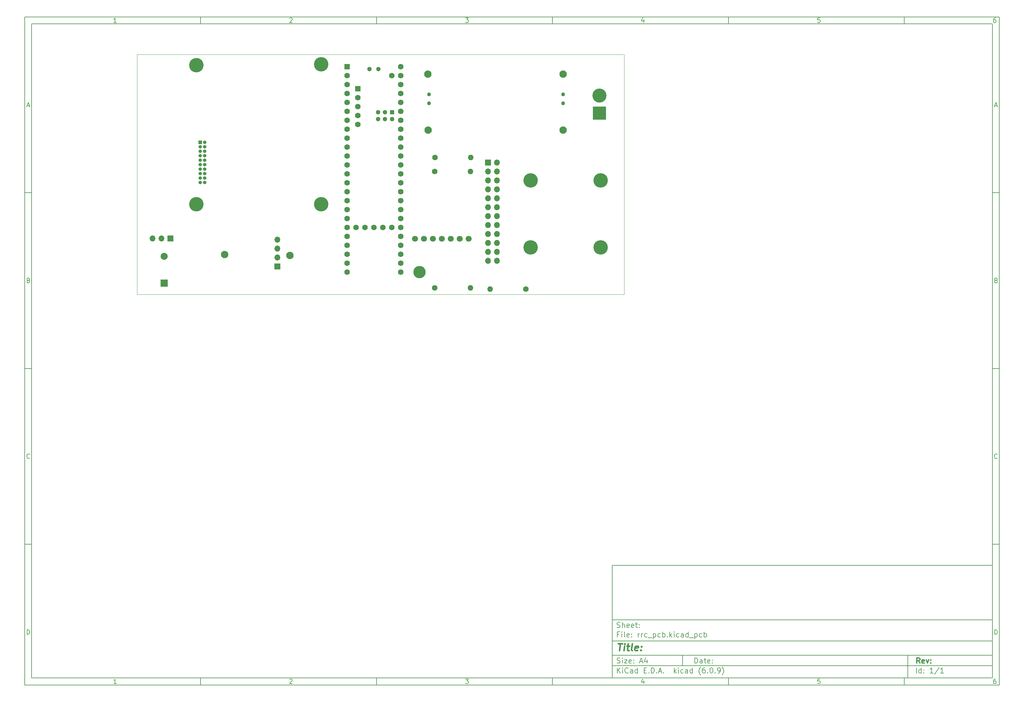
<source format=gbr>
%TF.GenerationSoftware,KiCad,Pcbnew,(6.0.9)*%
%TF.CreationDate,2023-02-07T01:37:56-05:00*%
%TF.ProjectId,rrc_pcb,7272635f-7063-4622-9e6b-696361645f70,rev?*%
%TF.SameCoordinates,Original*%
%TF.FileFunction,Soldermask,Top*%
%TF.FilePolarity,Negative*%
%FSLAX46Y46*%
G04 Gerber Fmt 4.6, Leading zero omitted, Abs format (unit mm)*
G04 Created by KiCad (PCBNEW (6.0.9)) date 2023-02-07 01:37:56*
%MOMM*%
%LPD*%
G01*
G04 APERTURE LIST*
%ADD10C,0.100000*%
%ADD11C,0.150000*%
%ADD12C,0.300000*%
%ADD13C,0.400000*%
%TA.AperFunction,Profile*%
%ADD14C,0.050000*%
%TD*%
%ADD15C,1.600000*%
%ADD16O,1.600000X1.600000*%
%ADD17C,4.100000*%
%ADD18R,1.000000X1.000000*%
%ADD19O,1.000000X1.000000*%
%ADD20R,3.800000X3.800000*%
%ADD21C,4.000000*%
%ADD22R,1.700000X1.700000*%
%ADD23O,1.700000X1.700000*%
%ADD24R,1.600000X1.600000*%
%ADD25R,1.300000X1.300000*%
%ADD26C,1.300000*%
%ADD27C,3.500000*%
%ADD28C,1.700000*%
%ADD29R,2.000000X2.000000*%
%ADD30C,2.000000*%
%ADD31C,2.100000*%
%ADD32C,1.100000*%
G04 APERTURE END LIST*
D10*
D11*
X177002200Y-166007200D02*
X177002200Y-198007200D01*
X285002200Y-198007200D01*
X285002200Y-166007200D01*
X177002200Y-166007200D01*
D10*
D11*
X10000000Y-10000000D02*
X10000000Y-200007200D01*
X287002200Y-200007200D01*
X287002200Y-10000000D01*
X10000000Y-10000000D01*
D10*
D11*
X12000000Y-12000000D02*
X12000000Y-198007200D01*
X285002200Y-198007200D01*
X285002200Y-12000000D01*
X12000000Y-12000000D01*
D10*
D11*
X60000000Y-12000000D02*
X60000000Y-10000000D01*
D10*
D11*
X110000000Y-12000000D02*
X110000000Y-10000000D01*
D10*
D11*
X160000000Y-12000000D02*
X160000000Y-10000000D01*
D10*
D11*
X210000000Y-12000000D02*
X210000000Y-10000000D01*
D10*
D11*
X260000000Y-12000000D02*
X260000000Y-10000000D01*
D10*
D11*
X36065476Y-11588095D02*
X35322619Y-11588095D01*
X35694047Y-11588095D02*
X35694047Y-10288095D01*
X35570238Y-10473809D01*
X35446428Y-10597619D01*
X35322619Y-10659523D01*
D10*
D11*
X85322619Y-10411904D02*
X85384523Y-10350000D01*
X85508333Y-10288095D01*
X85817857Y-10288095D01*
X85941666Y-10350000D01*
X86003571Y-10411904D01*
X86065476Y-10535714D01*
X86065476Y-10659523D01*
X86003571Y-10845238D01*
X85260714Y-11588095D01*
X86065476Y-11588095D01*
D10*
D11*
X135260714Y-10288095D02*
X136065476Y-10288095D01*
X135632142Y-10783333D01*
X135817857Y-10783333D01*
X135941666Y-10845238D01*
X136003571Y-10907142D01*
X136065476Y-11030952D01*
X136065476Y-11340476D01*
X136003571Y-11464285D01*
X135941666Y-11526190D01*
X135817857Y-11588095D01*
X135446428Y-11588095D01*
X135322619Y-11526190D01*
X135260714Y-11464285D01*
D10*
D11*
X185941666Y-10721428D02*
X185941666Y-11588095D01*
X185632142Y-10226190D02*
X185322619Y-11154761D01*
X186127380Y-11154761D01*
D10*
D11*
X236003571Y-10288095D02*
X235384523Y-10288095D01*
X235322619Y-10907142D01*
X235384523Y-10845238D01*
X235508333Y-10783333D01*
X235817857Y-10783333D01*
X235941666Y-10845238D01*
X236003571Y-10907142D01*
X236065476Y-11030952D01*
X236065476Y-11340476D01*
X236003571Y-11464285D01*
X235941666Y-11526190D01*
X235817857Y-11588095D01*
X235508333Y-11588095D01*
X235384523Y-11526190D01*
X235322619Y-11464285D01*
D10*
D11*
X285941666Y-10288095D02*
X285694047Y-10288095D01*
X285570238Y-10350000D01*
X285508333Y-10411904D01*
X285384523Y-10597619D01*
X285322619Y-10845238D01*
X285322619Y-11340476D01*
X285384523Y-11464285D01*
X285446428Y-11526190D01*
X285570238Y-11588095D01*
X285817857Y-11588095D01*
X285941666Y-11526190D01*
X286003571Y-11464285D01*
X286065476Y-11340476D01*
X286065476Y-11030952D01*
X286003571Y-10907142D01*
X285941666Y-10845238D01*
X285817857Y-10783333D01*
X285570238Y-10783333D01*
X285446428Y-10845238D01*
X285384523Y-10907142D01*
X285322619Y-11030952D01*
D10*
D11*
X60000000Y-198007200D02*
X60000000Y-200007200D01*
D10*
D11*
X110000000Y-198007200D02*
X110000000Y-200007200D01*
D10*
D11*
X160000000Y-198007200D02*
X160000000Y-200007200D01*
D10*
D11*
X210000000Y-198007200D02*
X210000000Y-200007200D01*
D10*
D11*
X260000000Y-198007200D02*
X260000000Y-200007200D01*
D10*
D11*
X36065476Y-199595295D02*
X35322619Y-199595295D01*
X35694047Y-199595295D02*
X35694047Y-198295295D01*
X35570238Y-198481009D01*
X35446428Y-198604819D01*
X35322619Y-198666723D01*
D10*
D11*
X85322619Y-198419104D02*
X85384523Y-198357200D01*
X85508333Y-198295295D01*
X85817857Y-198295295D01*
X85941666Y-198357200D01*
X86003571Y-198419104D01*
X86065476Y-198542914D01*
X86065476Y-198666723D01*
X86003571Y-198852438D01*
X85260714Y-199595295D01*
X86065476Y-199595295D01*
D10*
D11*
X135260714Y-198295295D02*
X136065476Y-198295295D01*
X135632142Y-198790533D01*
X135817857Y-198790533D01*
X135941666Y-198852438D01*
X136003571Y-198914342D01*
X136065476Y-199038152D01*
X136065476Y-199347676D01*
X136003571Y-199471485D01*
X135941666Y-199533390D01*
X135817857Y-199595295D01*
X135446428Y-199595295D01*
X135322619Y-199533390D01*
X135260714Y-199471485D01*
D10*
D11*
X185941666Y-198728628D02*
X185941666Y-199595295D01*
X185632142Y-198233390D02*
X185322619Y-199161961D01*
X186127380Y-199161961D01*
D10*
D11*
X236003571Y-198295295D02*
X235384523Y-198295295D01*
X235322619Y-198914342D01*
X235384523Y-198852438D01*
X235508333Y-198790533D01*
X235817857Y-198790533D01*
X235941666Y-198852438D01*
X236003571Y-198914342D01*
X236065476Y-199038152D01*
X236065476Y-199347676D01*
X236003571Y-199471485D01*
X235941666Y-199533390D01*
X235817857Y-199595295D01*
X235508333Y-199595295D01*
X235384523Y-199533390D01*
X235322619Y-199471485D01*
D10*
D11*
X285941666Y-198295295D02*
X285694047Y-198295295D01*
X285570238Y-198357200D01*
X285508333Y-198419104D01*
X285384523Y-198604819D01*
X285322619Y-198852438D01*
X285322619Y-199347676D01*
X285384523Y-199471485D01*
X285446428Y-199533390D01*
X285570238Y-199595295D01*
X285817857Y-199595295D01*
X285941666Y-199533390D01*
X286003571Y-199471485D01*
X286065476Y-199347676D01*
X286065476Y-199038152D01*
X286003571Y-198914342D01*
X285941666Y-198852438D01*
X285817857Y-198790533D01*
X285570238Y-198790533D01*
X285446428Y-198852438D01*
X285384523Y-198914342D01*
X285322619Y-199038152D01*
D10*
D11*
X10000000Y-60000000D02*
X12000000Y-60000000D01*
D10*
D11*
X10000000Y-110000000D02*
X12000000Y-110000000D01*
D10*
D11*
X10000000Y-160000000D02*
X12000000Y-160000000D01*
D10*
D11*
X10690476Y-35216666D02*
X11309523Y-35216666D01*
X10566666Y-35588095D02*
X11000000Y-34288095D01*
X11433333Y-35588095D01*
D10*
D11*
X11092857Y-84907142D02*
X11278571Y-84969047D01*
X11340476Y-85030952D01*
X11402380Y-85154761D01*
X11402380Y-85340476D01*
X11340476Y-85464285D01*
X11278571Y-85526190D01*
X11154761Y-85588095D01*
X10659523Y-85588095D01*
X10659523Y-84288095D01*
X11092857Y-84288095D01*
X11216666Y-84350000D01*
X11278571Y-84411904D01*
X11340476Y-84535714D01*
X11340476Y-84659523D01*
X11278571Y-84783333D01*
X11216666Y-84845238D01*
X11092857Y-84907142D01*
X10659523Y-84907142D01*
D10*
D11*
X11402380Y-135464285D02*
X11340476Y-135526190D01*
X11154761Y-135588095D01*
X11030952Y-135588095D01*
X10845238Y-135526190D01*
X10721428Y-135402380D01*
X10659523Y-135278571D01*
X10597619Y-135030952D01*
X10597619Y-134845238D01*
X10659523Y-134597619D01*
X10721428Y-134473809D01*
X10845238Y-134350000D01*
X11030952Y-134288095D01*
X11154761Y-134288095D01*
X11340476Y-134350000D01*
X11402380Y-134411904D01*
D10*
D11*
X10659523Y-185588095D02*
X10659523Y-184288095D01*
X10969047Y-184288095D01*
X11154761Y-184350000D01*
X11278571Y-184473809D01*
X11340476Y-184597619D01*
X11402380Y-184845238D01*
X11402380Y-185030952D01*
X11340476Y-185278571D01*
X11278571Y-185402380D01*
X11154761Y-185526190D01*
X10969047Y-185588095D01*
X10659523Y-185588095D01*
D10*
D11*
X287002200Y-60000000D02*
X285002200Y-60000000D01*
D10*
D11*
X287002200Y-110000000D02*
X285002200Y-110000000D01*
D10*
D11*
X287002200Y-160000000D02*
X285002200Y-160000000D01*
D10*
D11*
X285692676Y-35216666D02*
X286311723Y-35216666D01*
X285568866Y-35588095D02*
X286002200Y-34288095D01*
X286435533Y-35588095D01*
D10*
D11*
X286095057Y-84907142D02*
X286280771Y-84969047D01*
X286342676Y-85030952D01*
X286404580Y-85154761D01*
X286404580Y-85340476D01*
X286342676Y-85464285D01*
X286280771Y-85526190D01*
X286156961Y-85588095D01*
X285661723Y-85588095D01*
X285661723Y-84288095D01*
X286095057Y-84288095D01*
X286218866Y-84350000D01*
X286280771Y-84411904D01*
X286342676Y-84535714D01*
X286342676Y-84659523D01*
X286280771Y-84783333D01*
X286218866Y-84845238D01*
X286095057Y-84907142D01*
X285661723Y-84907142D01*
D10*
D11*
X286404580Y-135464285D02*
X286342676Y-135526190D01*
X286156961Y-135588095D01*
X286033152Y-135588095D01*
X285847438Y-135526190D01*
X285723628Y-135402380D01*
X285661723Y-135278571D01*
X285599819Y-135030952D01*
X285599819Y-134845238D01*
X285661723Y-134597619D01*
X285723628Y-134473809D01*
X285847438Y-134350000D01*
X286033152Y-134288095D01*
X286156961Y-134288095D01*
X286342676Y-134350000D01*
X286404580Y-134411904D01*
D10*
D11*
X285661723Y-185588095D02*
X285661723Y-184288095D01*
X285971247Y-184288095D01*
X286156961Y-184350000D01*
X286280771Y-184473809D01*
X286342676Y-184597619D01*
X286404580Y-184845238D01*
X286404580Y-185030952D01*
X286342676Y-185278571D01*
X286280771Y-185402380D01*
X286156961Y-185526190D01*
X285971247Y-185588095D01*
X285661723Y-185588095D01*
D10*
D11*
X200434342Y-193785771D02*
X200434342Y-192285771D01*
X200791485Y-192285771D01*
X201005771Y-192357200D01*
X201148628Y-192500057D01*
X201220057Y-192642914D01*
X201291485Y-192928628D01*
X201291485Y-193142914D01*
X201220057Y-193428628D01*
X201148628Y-193571485D01*
X201005771Y-193714342D01*
X200791485Y-193785771D01*
X200434342Y-193785771D01*
X202577200Y-193785771D02*
X202577200Y-193000057D01*
X202505771Y-192857200D01*
X202362914Y-192785771D01*
X202077200Y-192785771D01*
X201934342Y-192857200D01*
X202577200Y-193714342D02*
X202434342Y-193785771D01*
X202077200Y-193785771D01*
X201934342Y-193714342D01*
X201862914Y-193571485D01*
X201862914Y-193428628D01*
X201934342Y-193285771D01*
X202077200Y-193214342D01*
X202434342Y-193214342D01*
X202577200Y-193142914D01*
X203077200Y-192785771D02*
X203648628Y-192785771D01*
X203291485Y-192285771D02*
X203291485Y-193571485D01*
X203362914Y-193714342D01*
X203505771Y-193785771D01*
X203648628Y-193785771D01*
X204720057Y-193714342D02*
X204577200Y-193785771D01*
X204291485Y-193785771D01*
X204148628Y-193714342D01*
X204077200Y-193571485D01*
X204077200Y-193000057D01*
X204148628Y-192857200D01*
X204291485Y-192785771D01*
X204577200Y-192785771D01*
X204720057Y-192857200D01*
X204791485Y-193000057D01*
X204791485Y-193142914D01*
X204077200Y-193285771D01*
X205434342Y-193642914D02*
X205505771Y-193714342D01*
X205434342Y-193785771D01*
X205362914Y-193714342D01*
X205434342Y-193642914D01*
X205434342Y-193785771D01*
X205434342Y-192857200D02*
X205505771Y-192928628D01*
X205434342Y-193000057D01*
X205362914Y-192928628D01*
X205434342Y-192857200D01*
X205434342Y-193000057D01*
D10*
D11*
X177002200Y-194507200D02*
X285002200Y-194507200D01*
D10*
D11*
X178434342Y-196585771D02*
X178434342Y-195085771D01*
X179291485Y-196585771D02*
X178648628Y-195728628D01*
X179291485Y-195085771D02*
X178434342Y-195942914D01*
X179934342Y-196585771D02*
X179934342Y-195585771D01*
X179934342Y-195085771D02*
X179862914Y-195157200D01*
X179934342Y-195228628D01*
X180005771Y-195157200D01*
X179934342Y-195085771D01*
X179934342Y-195228628D01*
X181505771Y-196442914D02*
X181434342Y-196514342D01*
X181220057Y-196585771D01*
X181077200Y-196585771D01*
X180862914Y-196514342D01*
X180720057Y-196371485D01*
X180648628Y-196228628D01*
X180577200Y-195942914D01*
X180577200Y-195728628D01*
X180648628Y-195442914D01*
X180720057Y-195300057D01*
X180862914Y-195157200D01*
X181077200Y-195085771D01*
X181220057Y-195085771D01*
X181434342Y-195157200D01*
X181505771Y-195228628D01*
X182791485Y-196585771D02*
X182791485Y-195800057D01*
X182720057Y-195657200D01*
X182577200Y-195585771D01*
X182291485Y-195585771D01*
X182148628Y-195657200D01*
X182791485Y-196514342D02*
X182648628Y-196585771D01*
X182291485Y-196585771D01*
X182148628Y-196514342D01*
X182077200Y-196371485D01*
X182077200Y-196228628D01*
X182148628Y-196085771D01*
X182291485Y-196014342D01*
X182648628Y-196014342D01*
X182791485Y-195942914D01*
X184148628Y-196585771D02*
X184148628Y-195085771D01*
X184148628Y-196514342D02*
X184005771Y-196585771D01*
X183720057Y-196585771D01*
X183577200Y-196514342D01*
X183505771Y-196442914D01*
X183434342Y-196300057D01*
X183434342Y-195871485D01*
X183505771Y-195728628D01*
X183577200Y-195657200D01*
X183720057Y-195585771D01*
X184005771Y-195585771D01*
X184148628Y-195657200D01*
X186005771Y-195800057D02*
X186505771Y-195800057D01*
X186720057Y-196585771D02*
X186005771Y-196585771D01*
X186005771Y-195085771D01*
X186720057Y-195085771D01*
X187362914Y-196442914D02*
X187434342Y-196514342D01*
X187362914Y-196585771D01*
X187291485Y-196514342D01*
X187362914Y-196442914D01*
X187362914Y-196585771D01*
X188077200Y-196585771D02*
X188077200Y-195085771D01*
X188434342Y-195085771D01*
X188648628Y-195157200D01*
X188791485Y-195300057D01*
X188862914Y-195442914D01*
X188934342Y-195728628D01*
X188934342Y-195942914D01*
X188862914Y-196228628D01*
X188791485Y-196371485D01*
X188648628Y-196514342D01*
X188434342Y-196585771D01*
X188077200Y-196585771D01*
X189577200Y-196442914D02*
X189648628Y-196514342D01*
X189577200Y-196585771D01*
X189505771Y-196514342D01*
X189577200Y-196442914D01*
X189577200Y-196585771D01*
X190220057Y-196157200D02*
X190934342Y-196157200D01*
X190077200Y-196585771D02*
X190577200Y-195085771D01*
X191077200Y-196585771D01*
X191577200Y-196442914D02*
X191648628Y-196514342D01*
X191577200Y-196585771D01*
X191505771Y-196514342D01*
X191577200Y-196442914D01*
X191577200Y-196585771D01*
X194577200Y-196585771D02*
X194577200Y-195085771D01*
X194720057Y-196014342D02*
X195148628Y-196585771D01*
X195148628Y-195585771D02*
X194577200Y-196157200D01*
X195791485Y-196585771D02*
X195791485Y-195585771D01*
X195791485Y-195085771D02*
X195720057Y-195157200D01*
X195791485Y-195228628D01*
X195862914Y-195157200D01*
X195791485Y-195085771D01*
X195791485Y-195228628D01*
X197148628Y-196514342D02*
X197005771Y-196585771D01*
X196720057Y-196585771D01*
X196577200Y-196514342D01*
X196505771Y-196442914D01*
X196434342Y-196300057D01*
X196434342Y-195871485D01*
X196505771Y-195728628D01*
X196577200Y-195657200D01*
X196720057Y-195585771D01*
X197005771Y-195585771D01*
X197148628Y-195657200D01*
X198434342Y-196585771D02*
X198434342Y-195800057D01*
X198362914Y-195657200D01*
X198220057Y-195585771D01*
X197934342Y-195585771D01*
X197791485Y-195657200D01*
X198434342Y-196514342D02*
X198291485Y-196585771D01*
X197934342Y-196585771D01*
X197791485Y-196514342D01*
X197720057Y-196371485D01*
X197720057Y-196228628D01*
X197791485Y-196085771D01*
X197934342Y-196014342D01*
X198291485Y-196014342D01*
X198434342Y-195942914D01*
X199791485Y-196585771D02*
X199791485Y-195085771D01*
X199791485Y-196514342D02*
X199648628Y-196585771D01*
X199362914Y-196585771D01*
X199220057Y-196514342D01*
X199148628Y-196442914D01*
X199077200Y-196300057D01*
X199077200Y-195871485D01*
X199148628Y-195728628D01*
X199220057Y-195657200D01*
X199362914Y-195585771D01*
X199648628Y-195585771D01*
X199791485Y-195657200D01*
X202077200Y-197157200D02*
X202005771Y-197085771D01*
X201862914Y-196871485D01*
X201791485Y-196728628D01*
X201720057Y-196514342D01*
X201648628Y-196157200D01*
X201648628Y-195871485D01*
X201720057Y-195514342D01*
X201791485Y-195300057D01*
X201862914Y-195157200D01*
X202005771Y-194942914D01*
X202077200Y-194871485D01*
X203291485Y-195085771D02*
X203005771Y-195085771D01*
X202862914Y-195157200D01*
X202791485Y-195228628D01*
X202648628Y-195442914D01*
X202577200Y-195728628D01*
X202577200Y-196300057D01*
X202648628Y-196442914D01*
X202720057Y-196514342D01*
X202862914Y-196585771D01*
X203148628Y-196585771D01*
X203291485Y-196514342D01*
X203362914Y-196442914D01*
X203434342Y-196300057D01*
X203434342Y-195942914D01*
X203362914Y-195800057D01*
X203291485Y-195728628D01*
X203148628Y-195657200D01*
X202862914Y-195657200D01*
X202720057Y-195728628D01*
X202648628Y-195800057D01*
X202577200Y-195942914D01*
X204077200Y-196442914D02*
X204148628Y-196514342D01*
X204077200Y-196585771D01*
X204005771Y-196514342D01*
X204077200Y-196442914D01*
X204077200Y-196585771D01*
X205077200Y-195085771D02*
X205220057Y-195085771D01*
X205362914Y-195157200D01*
X205434342Y-195228628D01*
X205505771Y-195371485D01*
X205577200Y-195657200D01*
X205577200Y-196014342D01*
X205505771Y-196300057D01*
X205434342Y-196442914D01*
X205362914Y-196514342D01*
X205220057Y-196585771D01*
X205077200Y-196585771D01*
X204934342Y-196514342D01*
X204862914Y-196442914D01*
X204791485Y-196300057D01*
X204720057Y-196014342D01*
X204720057Y-195657200D01*
X204791485Y-195371485D01*
X204862914Y-195228628D01*
X204934342Y-195157200D01*
X205077200Y-195085771D01*
X206220057Y-196442914D02*
X206291485Y-196514342D01*
X206220057Y-196585771D01*
X206148628Y-196514342D01*
X206220057Y-196442914D01*
X206220057Y-196585771D01*
X207005771Y-196585771D02*
X207291485Y-196585771D01*
X207434342Y-196514342D01*
X207505771Y-196442914D01*
X207648628Y-196228628D01*
X207720057Y-195942914D01*
X207720057Y-195371485D01*
X207648628Y-195228628D01*
X207577200Y-195157200D01*
X207434342Y-195085771D01*
X207148628Y-195085771D01*
X207005771Y-195157200D01*
X206934342Y-195228628D01*
X206862914Y-195371485D01*
X206862914Y-195728628D01*
X206934342Y-195871485D01*
X207005771Y-195942914D01*
X207148628Y-196014342D01*
X207434342Y-196014342D01*
X207577200Y-195942914D01*
X207648628Y-195871485D01*
X207720057Y-195728628D01*
X208220057Y-197157200D02*
X208291485Y-197085771D01*
X208434342Y-196871485D01*
X208505771Y-196728628D01*
X208577200Y-196514342D01*
X208648628Y-196157200D01*
X208648628Y-195871485D01*
X208577200Y-195514342D01*
X208505771Y-195300057D01*
X208434342Y-195157200D01*
X208291485Y-194942914D01*
X208220057Y-194871485D01*
D10*
D11*
X177002200Y-191507200D02*
X285002200Y-191507200D01*
D10*
D12*
X264411485Y-193785771D02*
X263911485Y-193071485D01*
X263554342Y-193785771D02*
X263554342Y-192285771D01*
X264125771Y-192285771D01*
X264268628Y-192357200D01*
X264340057Y-192428628D01*
X264411485Y-192571485D01*
X264411485Y-192785771D01*
X264340057Y-192928628D01*
X264268628Y-193000057D01*
X264125771Y-193071485D01*
X263554342Y-193071485D01*
X265625771Y-193714342D02*
X265482914Y-193785771D01*
X265197200Y-193785771D01*
X265054342Y-193714342D01*
X264982914Y-193571485D01*
X264982914Y-193000057D01*
X265054342Y-192857200D01*
X265197200Y-192785771D01*
X265482914Y-192785771D01*
X265625771Y-192857200D01*
X265697200Y-193000057D01*
X265697200Y-193142914D01*
X264982914Y-193285771D01*
X266197200Y-192785771D02*
X266554342Y-193785771D01*
X266911485Y-192785771D01*
X267482914Y-193642914D02*
X267554342Y-193714342D01*
X267482914Y-193785771D01*
X267411485Y-193714342D01*
X267482914Y-193642914D01*
X267482914Y-193785771D01*
X267482914Y-192857200D02*
X267554342Y-192928628D01*
X267482914Y-193000057D01*
X267411485Y-192928628D01*
X267482914Y-192857200D01*
X267482914Y-193000057D01*
D10*
D11*
X178362914Y-193714342D02*
X178577200Y-193785771D01*
X178934342Y-193785771D01*
X179077200Y-193714342D01*
X179148628Y-193642914D01*
X179220057Y-193500057D01*
X179220057Y-193357200D01*
X179148628Y-193214342D01*
X179077200Y-193142914D01*
X178934342Y-193071485D01*
X178648628Y-193000057D01*
X178505771Y-192928628D01*
X178434342Y-192857200D01*
X178362914Y-192714342D01*
X178362914Y-192571485D01*
X178434342Y-192428628D01*
X178505771Y-192357200D01*
X178648628Y-192285771D01*
X179005771Y-192285771D01*
X179220057Y-192357200D01*
X179862914Y-193785771D02*
X179862914Y-192785771D01*
X179862914Y-192285771D02*
X179791485Y-192357200D01*
X179862914Y-192428628D01*
X179934342Y-192357200D01*
X179862914Y-192285771D01*
X179862914Y-192428628D01*
X180434342Y-192785771D02*
X181220057Y-192785771D01*
X180434342Y-193785771D01*
X181220057Y-193785771D01*
X182362914Y-193714342D02*
X182220057Y-193785771D01*
X181934342Y-193785771D01*
X181791485Y-193714342D01*
X181720057Y-193571485D01*
X181720057Y-193000057D01*
X181791485Y-192857200D01*
X181934342Y-192785771D01*
X182220057Y-192785771D01*
X182362914Y-192857200D01*
X182434342Y-193000057D01*
X182434342Y-193142914D01*
X181720057Y-193285771D01*
X183077200Y-193642914D02*
X183148628Y-193714342D01*
X183077200Y-193785771D01*
X183005771Y-193714342D01*
X183077200Y-193642914D01*
X183077200Y-193785771D01*
X183077200Y-192857200D02*
X183148628Y-192928628D01*
X183077200Y-193000057D01*
X183005771Y-192928628D01*
X183077200Y-192857200D01*
X183077200Y-193000057D01*
X184862914Y-193357200D02*
X185577200Y-193357200D01*
X184720057Y-193785771D02*
X185220057Y-192285771D01*
X185720057Y-193785771D01*
X186862914Y-192785771D02*
X186862914Y-193785771D01*
X186505771Y-192214342D02*
X186148628Y-193285771D01*
X187077200Y-193285771D01*
D10*
D11*
X263434342Y-196585771D02*
X263434342Y-195085771D01*
X264791485Y-196585771D02*
X264791485Y-195085771D01*
X264791485Y-196514342D02*
X264648628Y-196585771D01*
X264362914Y-196585771D01*
X264220057Y-196514342D01*
X264148628Y-196442914D01*
X264077200Y-196300057D01*
X264077200Y-195871485D01*
X264148628Y-195728628D01*
X264220057Y-195657200D01*
X264362914Y-195585771D01*
X264648628Y-195585771D01*
X264791485Y-195657200D01*
X265505771Y-196442914D02*
X265577200Y-196514342D01*
X265505771Y-196585771D01*
X265434342Y-196514342D01*
X265505771Y-196442914D01*
X265505771Y-196585771D01*
X265505771Y-195657200D02*
X265577200Y-195728628D01*
X265505771Y-195800057D01*
X265434342Y-195728628D01*
X265505771Y-195657200D01*
X265505771Y-195800057D01*
X268148628Y-196585771D02*
X267291485Y-196585771D01*
X267720057Y-196585771D02*
X267720057Y-195085771D01*
X267577200Y-195300057D01*
X267434342Y-195442914D01*
X267291485Y-195514342D01*
X269862914Y-195014342D02*
X268577200Y-196942914D01*
X271148628Y-196585771D02*
X270291485Y-196585771D01*
X270720057Y-196585771D02*
X270720057Y-195085771D01*
X270577200Y-195300057D01*
X270434342Y-195442914D01*
X270291485Y-195514342D01*
D10*
D11*
X177002200Y-187507200D02*
X285002200Y-187507200D01*
D10*
D13*
X178714580Y-188211961D02*
X179857438Y-188211961D01*
X179036009Y-190211961D02*
X179286009Y-188211961D01*
X180274104Y-190211961D02*
X180440771Y-188878628D01*
X180524104Y-188211961D02*
X180416961Y-188307200D01*
X180500295Y-188402438D01*
X180607438Y-188307200D01*
X180524104Y-188211961D01*
X180500295Y-188402438D01*
X181107438Y-188878628D02*
X181869342Y-188878628D01*
X181476485Y-188211961D02*
X181262200Y-189926247D01*
X181333628Y-190116723D01*
X181512200Y-190211961D01*
X181702676Y-190211961D01*
X182655057Y-190211961D02*
X182476485Y-190116723D01*
X182405057Y-189926247D01*
X182619342Y-188211961D01*
X184190771Y-190116723D02*
X183988390Y-190211961D01*
X183607438Y-190211961D01*
X183428866Y-190116723D01*
X183357438Y-189926247D01*
X183452676Y-189164342D01*
X183571723Y-188973866D01*
X183774104Y-188878628D01*
X184155057Y-188878628D01*
X184333628Y-188973866D01*
X184405057Y-189164342D01*
X184381247Y-189354819D01*
X183405057Y-189545295D01*
X185155057Y-190021485D02*
X185238390Y-190116723D01*
X185131247Y-190211961D01*
X185047914Y-190116723D01*
X185155057Y-190021485D01*
X185131247Y-190211961D01*
X185286009Y-188973866D02*
X185369342Y-189069104D01*
X185262200Y-189164342D01*
X185178866Y-189069104D01*
X185286009Y-188973866D01*
X185262200Y-189164342D01*
D10*
D11*
X178934342Y-185600057D02*
X178434342Y-185600057D01*
X178434342Y-186385771D02*
X178434342Y-184885771D01*
X179148628Y-184885771D01*
X179720057Y-186385771D02*
X179720057Y-185385771D01*
X179720057Y-184885771D02*
X179648628Y-184957200D01*
X179720057Y-185028628D01*
X179791485Y-184957200D01*
X179720057Y-184885771D01*
X179720057Y-185028628D01*
X180648628Y-186385771D02*
X180505771Y-186314342D01*
X180434342Y-186171485D01*
X180434342Y-184885771D01*
X181791485Y-186314342D02*
X181648628Y-186385771D01*
X181362914Y-186385771D01*
X181220057Y-186314342D01*
X181148628Y-186171485D01*
X181148628Y-185600057D01*
X181220057Y-185457200D01*
X181362914Y-185385771D01*
X181648628Y-185385771D01*
X181791485Y-185457200D01*
X181862914Y-185600057D01*
X181862914Y-185742914D01*
X181148628Y-185885771D01*
X182505771Y-186242914D02*
X182577200Y-186314342D01*
X182505771Y-186385771D01*
X182434342Y-186314342D01*
X182505771Y-186242914D01*
X182505771Y-186385771D01*
X182505771Y-185457200D02*
X182577200Y-185528628D01*
X182505771Y-185600057D01*
X182434342Y-185528628D01*
X182505771Y-185457200D01*
X182505771Y-185600057D01*
X184362914Y-186385771D02*
X184362914Y-185385771D01*
X184362914Y-185671485D02*
X184434342Y-185528628D01*
X184505771Y-185457200D01*
X184648628Y-185385771D01*
X184791485Y-185385771D01*
X185291485Y-186385771D02*
X185291485Y-185385771D01*
X185291485Y-185671485D02*
X185362914Y-185528628D01*
X185434342Y-185457200D01*
X185577200Y-185385771D01*
X185720057Y-185385771D01*
X186862914Y-186314342D02*
X186720057Y-186385771D01*
X186434342Y-186385771D01*
X186291485Y-186314342D01*
X186220057Y-186242914D01*
X186148628Y-186100057D01*
X186148628Y-185671485D01*
X186220057Y-185528628D01*
X186291485Y-185457200D01*
X186434342Y-185385771D01*
X186720057Y-185385771D01*
X186862914Y-185457200D01*
X187148628Y-186528628D02*
X188291485Y-186528628D01*
X188648628Y-185385771D02*
X188648628Y-186885771D01*
X188648628Y-185457200D02*
X188791485Y-185385771D01*
X189077200Y-185385771D01*
X189220057Y-185457200D01*
X189291485Y-185528628D01*
X189362914Y-185671485D01*
X189362914Y-186100057D01*
X189291485Y-186242914D01*
X189220057Y-186314342D01*
X189077200Y-186385771D01*
X188791485Y-186385771D01*
X188648628Y-186314342D01*
X190648628Y-186314342D02*
X190505771Y-186385771D01*
X190220057Y-186385771D01*
X190077200Y-186314342D01*
X190005771Y-186242914D01*
X189934342Y-186100057D01*
X189934342Y-185671485D01*
X190005771Y-185528628D01*
X190077200Y-185457200D01*
X190220057Y-185385771D01*
X190505771Y-185385771D01*
X190648628Y-185457200D01*
X191291485Y-186385771D02*
X191291485Y-184885771D01*
X191291485Y-185457200D02*
X191434342Y-185385771D01*
X191720057Y-185385771D01*
X191862914Y-185457200D01*
X191934342Y-185528628D01*
X192005771Y-185671485D01*
X192005771Y-186100057D01*
X191934342Y-186242914D01*
X191862914Y-186314342D01*
X191720057Y-186385771D01*
X191434342Y-186385771D01*
X191291485Y-186314342D01*
X192648628Y-186242914D02*
X192720057Y-186314342D01*
X192648628Y-186385771D01*
X192577200Y-186314342D01*
X192648628Y-186242914D01*
X192648628Y-186385771D01*
X193362914Y-186385771D02*
X193362914Y-184885771D01*
X193505771Y-185814342D02*
X193934342Y-186385771D01*
X193934342Y-185385771D02*
X193362914Y-185957200D01*
X194577200Y-186385771D02*
X194577200Y-185385771D01*
X194577200Y-184885771D02*
X194505771Y-184957200D01*
X194577200Y-185028628D01*
X194648628Y-184957200D01*
X194577200Y-184885771D01*
X194577200Y-185028628D01*
X195934342Y-186314342D02*
X195791485Y-186385771D01*
X195505771Y-186385771D01*
X195362914Y-186314342D01*
X195291485Y-186242914D01*
X195220057Y-186100057D01*
X195220057Y-185671485D01*
X195291485Y-185528628D01*
X195362914Y-185457200D01*
X195505771Y-185385771D01*
X195791485Y-185385771D01*
X195934342Y-185457200D01*
X197220057Y-186385771D02*
X197220057Y-185600057D01*
X197148628Y-185457200D01*
X197005771Y-185385771D01*
X196720057Y-185385771D01*
X196577200Y-185457200D01*
X197220057Y-186314342D02*
X197077200Y-186385771D01*
X196720057Y-186385771D01*
X196577200Y-186314342D01*
X196505771Y-186171485D01*
X196505771Y-186028628D01*
X196577200Y-185885771D01*
X196720057Y-185814342D01*
X197077200Y-185814342D01*
X197220057Y-185742914D01*
X198577200Y-186385771D02*
X198577200Y-184885771D01*
X198577200Y-186314342D02*
X198434342Y-186385771D01*
X198148628Y-186385771D01*
X198005771Y-186314342D01*
X197934342Y-186242914D01*
X197862914Y-186100057D01*
X197862914Y-185671485D01*
X197934342Y-185528628D01*
X198005771Y-185457200D01*
X198148628Y-185385771D01*
X198434342Y-185385771D01*
X198577200Y-185457200D01*
X198934342Y-186528628D02*
X200077200Y-186528628D01*
X200434342Y-185385771D02*
X200434342Y-186885771D01*
X200434342Y-185457200D02*
X200577200Y-185385771D01*
X200862914Y-185385771D01*
X201005771Y-185457200D01*
X201077200Y-185528628D01*
X201148628Y-185671485D01*
X201148628Y-186100057D01*
X201077200Y-186242914D01*
X201005771Y-186314342D01*
X200862914Y-186385771D01*
X200577200Y-186385771D01*
X200434342Y-186314342D01*
X202434342Y-186314342D02*
X202291485Y-186385771D01*
X202005771Y-186385771D01*
X201862914Y-186314342D01*
X201791485Y-186242914D01*
X201720057Y-186100057D01*
X201720057Y-185671485D01*
X201791485Y-185528628D01*
X201862914Y-185457200D01*
X202005771Y-185385771D01*
X202291485Y-185385771D01*
X202434342Y-185457200D01*
X203077200Y-186385771D02*
X203077200Y-184885771D01*
X203077200Y-185457200D02*
X203220057Y-185385771D01*
X203505771Y-185385771D01*
X203648628Y-185457200D01*
X203720057Y-185528628D01*
X203791485Y-185671485D01*
X203791485Y-186100057D01*
X203720057Y-186242914D01*
X203648628Y-186314342D01*
X203505771Y-186385771D01*
X203220057Y-186385771D01*
X203077200Y-186314342D01*
D10*
D11*
X177002200Y-181507200D02*
X285002200Y-181507200D01*
D10*
D11*
X178362914Y-183614342D02*
X178577200Y-183685771D01*
X178934342Y-183685771D01*
X179077200Y-183614342D01*
X179148628Y-183542914D01*
X179220057Y-183400057D01*
X179220057Y-183257200D01*
X179148628Y-183114342D01*
X179077200Y-183042914D01*
X178934342Y-182971485D01*
X178648628Y-182900057D01*
X178505771Y-182828628D01*
X178434342Y-182757200D01*
X178362914Y-182614342D01*
X178362914Y-182471485D01*
X178434342Y-182328628D01*
X178505771Y-182257200D01*
X178648628Y-182185771D01*
X179005771Y-182185771D01*
X179220057Y-182257200D01*
X179862914Y-183685771D02*
X179862914Y-182185771D01*
X180505771Y-183685771D02*
X180505771Y-182900057D01*
X180434342Y-182757200D01*
X180291485Y-182685771D01*
X180077200Y-182685771D01*
X179934342Y-182757200D01*
X179862914Y-182828628D01*
X181791485Y-183614342D02*
X181648628Y-183685771D01*
X181362914Y-183685771D01*
X181220057Y-183614342D01*
X181148628Y-183471485D01*
X181148628Y-182900057D01*
X181220057Y-182757200D01*
X181362914Y-182685771D01*
X181648628Y-182685771D01*
X181791485Y-182757200D01*
X181862914Y-182900057D01*
X181862914Y-183042914D01*
X181148628Y-183185771D01*
X183077200Y-183614342D02*
X182934342Y-183685771D01*
X182648628Y-183685771D01*
X182505771Y-183614342D01*
X182434342Y-183471485D01*
X182434342Y-182900057D01*
X182505771Y-182757200D01*
X182648628Y-182685771D01*
X182934342Y-182685771D01*
X183077200Y-182757200D01*
X183148628Y-182900057D01*
X183148628Y-183042914D01*
X182434342Y-183185771D01*
X183577200Y-182685771D02*
X184148628Y-182685771D01*
X183791485Y-182185771D02*
X183791485Y-183471485D01*
X183862914Y-183614342D01*
X184005771Y-183685771D01*
X184148628Y-183685771D01*
X184648628Y-183542914D02*
X184720057Y-183614342D01*
X184648628Y-183685771D01*
X184577200Y-183614342D01*
X184648628Y-183542914D01*
X184648628Y-183685771D01*
X184648628Y-182757200D02*
X184720057Y-182828628D01*
X184648628Y-182900057D01*
X184577200Y-182828628D01*
X184648628Y-182757200D01*
X184648628Y-182900057D01*
D10*
D12*
D10*
D11*
D10*
D11*
D10*
D11*
D10*
D11*
D10*
D11*
X197002200Y-191507200D02*
X197002200Y-194507200D01*
D10*
D11*
X261002200Y-191507200D02*
X261002200Y-198007200D01*
D14*
X41910000Y-20656715D02*
X180340000Y-20656715D01*
X180340000Y-20656715D02*
X180340000Y-88900000D01*
X180340000Y-88900000D02*
X41910000Y-88900000D01*
X41910000Y-88900000D02*
X41910000Y-20656715D01*
D15*
%TO.C,R2*%
X126564950Y-53950936D03*
D16*
X136724950Y-53950936D03*
%TD*%
D17*
%TO.C,radio*%
X94293628Y-23492417D03*
X58793628Y-23742417D03*
X58793628Y-63242417D03*
X94293628Y-63242417D03*
D18*
X59870150Y-45677500D03*
D19*
X61140150Y-45677500D03*
X59870150Y-46947500D03*
X61140150Y-46947500D03*
X59870150Y-48217500D03*
X61140150Y-48217500D03*
X59870150Y-49487500D03*
X61140150Y-49487500D03*
X59870150Y-50757500D03*
X61140150Y-50757500D03*
X59870150Y-52027500D03*
X61140150Y-52027500D03*
X59870150Y-53297500D03*
X61140150Y-53297500D03*
X59870150Y-54567500D03*
X61140150Y-54567500D03*
X59870150Y-55837500D03*
X61140150Y-55837500D03*
X59870150Y-57107500D03*
X61140150Y-57107500D03*
%TD*%
D15*
%TO.C,R3*%
X126526764Y-87069353D03*
D16*
X136686764Y-87069353D03*
%TD*%
D15*
%TO.C,R4*%
X152440461Y-87377794D03*
D16*
X142280461Y-87377794D03*
%TD*%
D15*
%TO.C,R1*%
X126644699Y-49963495D03*
D16*
X136804699Y-49963495D03*
%TD*%
D20*
%TO.C,Batt.*%
X173355000Y-37385000D03*
D21*
X173355000Y-32385000D03*
%TD*%
D17*
%TO.C,IMU*%
X153815516Y-56512137D03*
X153815516Y-75562137D03*
X173700612Y-75562137D03*
X173700612Y-56512137D03*
D22*
X141695612Y-51432137D03*
D23*
X144235612Y-51432137D03*
X141695612Y-53972137D03*
X144235612Y-53972137D03*
X141695612Y-56512137D03*
X144235612Y-56512137D03*
X141695612Y-59052137D03*
X144235612Y-59052137D03*
X141695612Y-61592137D03*
X144235612Y-61592137D03*
X141695612Y-64132137D03*
X144235612Y-64132137D03*
X141695612Y-66672137D03*
X144235612Y-66672137D03*
X141695612Y-69212137D03*
X144235612Y-69212137D03*
X141695612Y-71752137D03*
X144235612Y-71752137D03*
X141695612Y-74292137D03*
X144235612Y-74292137D03*
X141695612Y-76832137D03*
X144235612Y-76832137D03*
X141695612Y-79372137D03*
X144235612Y-79372137D03*
%TD*%
D24*
%TO.C,U2*%
X101600000Y-24130000D03*
D15*
X101600000Y-26670000D03*
X101600000Y-29210000D03*
X101600000Y-31750000D03*
X101600000Y-34290000D03*
X101600000Y-36830000D03*
X101600000Y-39370000D03*
X101600000Y-41910000D03*
X101600000Y-44450000D03*
X101600000Y-46990000D03*
X101600000Y-49530000D03*
X101600000Y-52070000D03*
X101600000Y-54610000D03*
X101600000Y-57150000D03*
X101600000Y-59690000D03*
X101600000Y-62230000D03*
X101600000Y-64770000D03*
X101600000Y-67310000D03*
X101600000Y-69850000D03*
X101600000Y-72390000D03*
X101600000Y-74930000D03*
X101600000Y-77470000D03*
X101600000Y-80010000D03*
X101600000Y-82550000D03*
X116840000Y-82550000D03*
X116840000Y-80010000D03*
X116840000Y-77470000D03*
X116840000Y-74930000D03*
X116840000Y-72390000D03*
X116840000Y-69850000D03*
X116840000Y-67310000D03*
X116840000Y-64770000D03*
X116840000Y-62230000D03*
X116840000Y-59690000D03*
X116840000Y-57150000D03*
X116840000Y-54610000D03*
X116840000Y-52070000D03*
X116840000Y-49530000D03*
X116840000Y-46990000D03*
X116840000Y-44450000D03*
X116840000Y-41910000D03*
X116840000Y-39370000D03*
X116840000Y-36830000D03*
X116840000Y-34290000D03*
X116840000Y-31750000D03*
X116840000Y-29210000D03*
X116840000Y-26670000D03*
X116840000Y-24130000D03*
X114300000Y-26670000D03*
X104140000Y-69850000D03*
X106680000Y-69850000D03*
X109220000Y-69850000D03*
X111760000Y-69850000D03*
X114300000Y-69850000D03*
D24*
X104650800Y-30429200D03*
D15*
X104650800Y-32969200D03*
X104650800Y-35509200D03*
X104650800Y-38049200D03*
X104650800Y-40589200D03*
D25*
X114401600Y-37100000D03*
D26*
X112401600Y-37100000D03*
X110401600Y-37100000D03*
X110401600Y-39100000D03*
X112401600Y-39100000D03*
X114401600Y-39100000D03*
X110490000Y-24860000D03*
X107950000Y-24860000D03*
%TD*%
D22*
%TO.C,J2*%
X51435000Y-73025000D03*
D23*
X48895000Y-73025000D03*
X46355000Y-73025000D03*
%TD*%
D27*
%TO.C,Barometer*%
X122233239Y-82593571D03*
D28*
X136203239Y-73088571D03*
X133663239Y-73088571D03*
X131123239Y-73088571D03*
X128583239Y-73088571D03*
X126043239Y-73088571D03*
X123503239Y-73088571D03*
X120963239Y-73088571D03*
%TD*%
D29*
%TO.C,BZ1*%
X49668154Y-85722249D03*
D30*
X49668154Y-78122249D03*
%TD*%
D31*
%TO.C,GPS*%
X85416876Y-77829556D03*
X66836328Y-77574650D03*
D22*
X81786437Y-80964650D03*
D23*
X81786437Y-78424650D03*
X81786437Y-75884650D03*
X81786437Y-73344650D03*
%TD*%
D31*
%TO.C,Volt. Reg.*%
X124573223Y-26235000D03*
X163010000Y-26235000D03*
X163010000Y-42155000D03*
X124650000Y-42155000D03*
D32*
X163010000Y-34535000D03*
X163010000Y-31995000D03*
X124910000Y-34535000D03*
X124910000Y-31995000D03*
%TD*%
M02*

</source>
